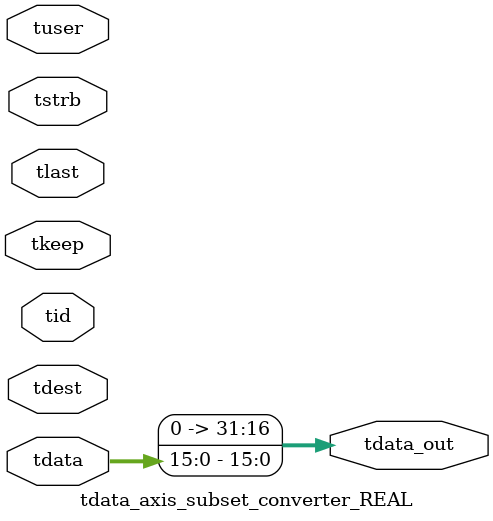
<source format=v>


`timescale 1ps/1ps

module tdata_axis_subset_converter_REAL #
(
parameter C_S_AXIS_TDATA_WIDTH = 32,
parameter C_S_AXIS_TUSER_WIDTH = 0,
parameter C_S_AXIS_TID_WIDTH   = 0,
parameter C_S_AXIS_TDEST_WIDTH = 0,
parameter C_M_AXIS_TDATA_WIDTH = 32
)
(
input  [(C_S_AXIS_TDATA_WIDTH == 0 ? 1 : C_S_AXIS_TDATA_WIDTH)-1:0     ] tdata,
input  [(C_S_AXIS_TUSER_WIDTH == 0 ? 1 : C_S_AXIS_TUSER_WIDTH)-1:0     ] tuser,
input  [(C_S_AXIS_TID_WIDTH   == 0 ? 1 : C_S_AXIS_TID_WIDTH)-1:0       ] tid,
input  [(C_S_AXIS_TDEST_WIDTH == 0 ? 1 : C_S_AXIS_TDEST_WIDTH)-1:0     ] tdest,
input  [(C_S_AXIS_TDATA_WIDTH/8)-1:0 ] tkeep,
input  [(C_S_AXIS_TDATA_WIDTH/8)-1:0 ] tstrb,
input                                                                    tlast,
output [C_M_AXIS_TDATA_WIDTH-1:0] tdata_out
);

assign tdata_out = {tdata[15:0]};

endmodule


</source>
